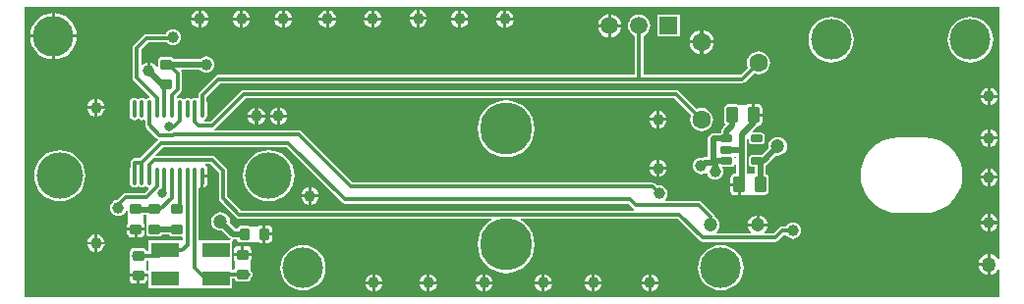
<source format=gbl>
G04 Layer_Physical_Order=2*
G04 Layer_Color=16711680*
%FSLAX42Y42*%
%MOMM*%
G71*
G01*
G75*
G04:AMPARAMS|DCode=11|XSize=1mm|YSize=0.9mm|CornerRadius=0.11mm|HoleSize=0mm|Usage=FLASHONLY|Rotation=270.000|XOffset=0mm|YOffset=0mm|HoleType=Round|Shape=RoundedRectangle|*
%AMROUNDEDRECTD11*
21,1,1.00,0.68,0,0,270.0*
21,1,0.78,0.90,0,0,270.0*
1,1,0.23,-0.34,-0.39*
1,1,0.23,-0.34,0.39*
1,1,0.23,0.34,0.39*
1,1,0.23,0.34,-0.39*
%
%ADD11ROUNDEDRECTD11*%
%ADD14C,0.30*%
%ADD15C,0.50*%
%ADD16C,4.50*%
%ADD17C,3.50*%
%ADD18C,1.20*%
%ADD19C,1.60*%
%ADD20C,4.00*%
%ADD21C,1.50*%
%ADD22R,1.50X1.50*%
%ADD23C,1.27*%
%ADD24C,1.00*%
%ADD25C,0.80*%
G04:AMPARAMS|DCode=26|XSize=1mm|YSize=0.9mm|CornerRadius=0.11mm|HoleSize=0mm|Usage=FLASHONLY|Rotation=0.000|XOffset=0mm|YOffset=0mm|HoleType=Round|Shape=RoundedRectangle|*
%AMROUNDEDRECTD26*
21,1,1.00,0.68,0,0,0.0*
21,1,0.78,0.90,0,0,0.0*
1,1,0.23,0.39,-0.34*
1,1,0.23,-0.39,-0.34*
1,1,0.23,-0.39,0.34*
1,1,0.23,0.39,0.34*
%
%ADD26ROUNDEDRECTD26*%
%ADD27R,2.40X1.30*%
G04:AMPARAMS|DCode=28|XSize=1.4mm|YSize=1mm|CornerRadius=0.13mm|HoleSize=0mm|Usage=FLASHONLY|Rotation=90.000|XOffset=0mm|YOffset=0mm|HoleType=Round|Shape=RoundedRectangle|*
%AMROUNDEDRECTD28*
21,1,1.40,0.75,0,0,90.0*
21,1,1.15,1.00,0,0,90.0*
1,1,0.25,0.38,0.57*
1,1,0.25,0.38,-0.57*
1,1,0.25,-0.38,-0.57*
1,1,0.25,-0.38,0.57*
%
%ADD28ROUNDEDRECTD28*%
%ADD29O,0.40X1.50*%
G04:AMPARAMS|DCode=30|XSize=0.6mm|YSize=1mm|CornerRadius=0.08mm|HoleSize=0mm|Usage=FLASHONLY|Rotation=90.000|XOffset=0mm|YOffset=0mm|HoleType=Round|Shape=RoundedRectangle|*
%AMROUNDEDRECTD30*
21,1,0.60,0.85,0,0,90.0*
21,1,0.45,1.00,0,0,90.0*
1,1,0.15,0.42,0.23*
1,1,0.15,0.42,-0.23*
1,1,0.15,-0.42,-0.23*
1,1,0.15,-0.42,0.23*
%
%ADD30ROUNDEDRECTD30*%
G36*
X8450Y379D02*
X8439Y375D01*
X8437Y375D01*
X8423Y393D01*
X8405Y408D01*
X8383Y417D01*
X8373Y418D01*
Y330D01*
Y242D01*
X8383Y243D01*
X8405Y252D01*
X8423Y267D01*
X8437Y285D01*
X8439Y285D01*
X8450Y281D01*
Y50D01*
X50D01*
Y2550D01*
X8450Y2550D01*
Y379D01*
D02*
G37*
%LPC*%
G36*
X3455Y2527D02*
Y2465D01*
X3517D01*
X3516Y2472D01*
X3509Y2491D01*
X3496Y2506D01*
X3481Y2519D01*
X3462Y2526D01*
X3455Y2527D01*
D02*
G37*
G36*
X3430D02*
X3423Y2526D01*
X3405Y2519D01*
X3389Y2506D01*
X3377Y2491D01*
X3369Y2472D01*
X3368Y2465D01*
X3430D01*
Y2527D01*
D02*
G37*
G36*
X4203Y2524D02*
Y2463D01*
X4264D01*
X4263Y2470D01*
X4256Y2488D01*
X4244Y2504D01*
X4228Y2516D01*
X4210Y2523D01*
X4203Y2524D01*
D02*
G37*
G36*
X4177D02*
X4170Y2523D01*
X4152Y2516D01*
X4136Y2504D01*
X4124Y2488D01*
X4117Y2470D01*
X4116Y2463D01*
X4177D01*
Y2524D01*
D02*
G37*
G36*
X3813D02*
Y2463D01*
X3874D01*
X3873Y2470D01*
X3866Y2488D01*
X3854Y2504D01*
X3838Y2516D01*
X3820Y2523D01*
X3813Y2524D01*
D02*
G37*
G36*
X3787D02*
X3780Y2523D01*
X3762Y2516D01*
X3746Y2504D01*
X3734Y2488D01*
X3727Y2470D01*
X3726Y2463D01*
X3787D01*
Y2524D01*
D02*
G37*
G36*
X3063D02*
Y2463D01*
X3124D01*
X3123Y2470D01*
X3116Y2488D01*
X3104Y2504D01*
X3088Y2516D01*
X3070Y2523D01*
X3063Y2524D01*
D02*
G37*
G36*
X3037D02*
X3030Y2523D01*
X3012Y2516D01*
X2996Y2504D01*
X2984Y2488D01*
X2977Y2470D01*
X2976Y2463D01*
X3037D01*
Y2524D01*
D02*
G37*
G36*
X2673D02*
Y2463D01*
X2734D01*
X2733Y2470D01*
X2726Y2488D01*
X2714Y2504D01*
X2698Y2516D01*
X2680Y2523D01*
X2673Y2524D01*
D02*
G37*
G36*
X2647D02*
X2640Y2523D01*
X2622Y2516D01*
X2606Y2504D01*
X2594Y2488D01*
X2587Y2470D01*
X2586Y2463D01*
X2647D01*
Y2524D01*
D02*
G37*
G36*
X2293D02*
Y2463D01*
X2354D01*
X2353Y2470D01*
X2346Y2488D01*
X2334Y2504D01*
X2318Y2516D01*
X2300Y2523D01*
X2293Y2524D01*
D02*
G37*
G36*
X2267D02*
X2260Y2523D01*
X2242Y2516D01*
X2226Y2504D01*
X2214Y2488D01*
X2207Y2470D01*
X2206Y2463D01*
X2267D01*
Y2524D01*
D02*
G37*
G36*
X1933D02*
Y2463D01*
X1994D01*
X1993Y2470D01*
X1986Y2488D01*
X1974Y2504D01*
X1958Y2516D01*
X1940Y2523D01*
X1933Y2524D01*
D02*
G37*
G36*
X1907D02*
X1900Y2523D01*
X1882Y2516D01*
X1866Y2504D01*
X1854Y2488D01*
X1847Y2470D01*
X1846Y2463D01*
X1907D01*
Y2524D01*
D02*
G37*
G36*
X1573D02*
Y2463D01*
X1634D01*
X1633Y2470D01*
X1626Y2488D01*
X1614Y2504D01*
X1598Y2516D01*
X1580Y2523D01*
X1573Y2524D01*
D02*
G37*
G36*
X1547D02*
X1540Y2523D01*
X1522Y2516D01*
X1506Y2504D01*
X1494Y2488D01*
X1487Y2470D01*
X1486Y2463D01*
X1547D01*
Y2524D01*
D02*
G37*
G36*
X5105Y2490D02*
Y2403D01*
X5192D01*
X5190Y2416D01*
X5180Y2441D01*
X5164Y2462D01*
X5143Y2478D01*
X5118Y2488D01*
X5105Y2490D01*
D02*
G37*
G36*
X5079Y2490D02*
X5066Y2488D01*
X5041Y2478D01*
X5020Y2462D01*
X5004Y2441D01*
X4994Y2416D01*
X4992Y2403D01*
X5079D01*
Y2490D01*
D02*
G37*
G36*
X3517Y2440D02*
X3455D01*
Y2378D01*
X3462Y2379D01*
X3481Y2387D01*
X3496Y2399D01*
X3509Y2415D01*
X3516Y2433D01*
X3517Y2440D01*
D02*
G37*
G36*
X3430D02*
X3368D01*
X3369Y2433D01*
X3377Y2415D01*
X3389Y2399D01*
X3405Y2387D01*
X3423Y2379D01*
X3430Y2378D01*
Y2440D01*
D02*
G37*
G36*
X4264Y2437D02*
X4203D01*
Y2376D01*
X4210Y2377D01*
X4228Y2384D01*
X4244Y2396D01*
X4256Y2412D01*
X4263Y2430D01*
X4264Y2437D01*
D02*
G37*
G36*
X4177D02*
X4116D01*
X4117Y2430D01*
X4124Y2412D01*
X4136Y2396D01*
X4152Y2384D01*
X4170Y2377D01*
X4177Y2376D01*
Y2437D01*
D02*
G37*
G36*
X3874D02*
X3813D01*
Y2376D01*
X3820Y2377D01*
X3838Y2384D01*
X3854Y2396D01*
X3866Y2412D01*
X3873Y2430D01*
X3874Y2437D01*
D02*
G37*
G36*
X3787D02*
X3726D01*
X3727Y2430D01*
X3734Y2412D01*
X3746Y2396D01*
X3762Y2384D01*
X3780Y2377D01*
X3787Y2376D01*
Y2437D01*
D02*
G37*
G36*
X3124D02*
X3063D01*
Y2376D01*
X3070Y2377D01*
X3088Y2384D01*
X3104Y2396D01*
X3116Y2412D01*
X3123Y2430D01*
X3124Y2437D01*
D02*
G37*
G36*
X3037D02*
X2976D01*
X2977Y2430D01*
X2984Y2412D01*
X2996Y2396D01*
X3012Y2384D01*
X3030Y2377D01*
X3037Y2376D01*
Y2437D01*
D02*
G37*
G36*
X2734D02*
X2673D01*
Y2376D01*
X2680Y2377D01*
X2698Y2384D01*
X2714Y2396D01*
X2726Y2412D01*
X2733Y2430D01*
X2734Y2437D01*
D02*
G37*
G36*
X2647D02*
X2586D01*
X2587Y2430D01*
X2594Y2412D01*
X2606Y2396D01*
X2622Y2384D01*
X2640Y2377D01*
X2647Y2376D01*
Y2437D01*
D02*
G37*
G36*
X2354D02*
X2293D01*
Y2376D01*
X2300Y2377D01*
X2318Y2384D01*
X2334Y2396D01*
X2346Y2412D01*
X2353Y2430D01*
X2354Y2437D01*
D02*
G37*
G36*
X2267D02*
X2206D01*
X2207Y2430D01*
X2214Y2412D01*
X2226Y2396D01*
X2242Y2384D01*
X2260Y2377D01*
X2267Y2376D01*
Y2437D01*
D02*
G37*
G36*
X1994D02*
X1933D01*
Y2376D01*
X1940Y2377D01*
X1958Y2384D01*
X1974Y2396D01*
X1986Y2412D01*
X1993Y2430D01*
X1994Y2437D01*
D02*
G37*
G36*
X1907D02*
X1846D01*
X1847Y2430D01*
X1854Y2412D01*
X1866Y2396D01*
X1882Y2384D01*
X1900Y2377D01*
X1907Y2376D01*
Y2437D01*
D02*
G37*
G36*
X1634D02*
X1573D01*
Y2376D01*
X1580Y2377D01*
X1598Y2384D01*
X1614Y2396D01*
X1626Y2412D01*
X1633Y2430D01*
X1634Y2437D01*
D02*
G37*
G36*
X1547D02*
X1486D01*
X1487Y2430D01*
X1494Y2412D01*
X1506Y2396D01*
X1522Y2384D01*
X1540Y2377D01*
X1547Y2376D01*
Y2437D01*
D02*
G37*
G36*
X313Y2500D02*
Y2313D01*
X500D01*
X498Y2339D01*
X486Y2377D01*
X467Y2412D01*
X442Y2442D01*
X412Y2467D01*
X377Y2486D01*
X339Y2497D01*
X313Y2500D01*
D02*
G37*
G36*
X287D02*
X261Y2497D01*
X223Y2486D01*
X188Y2467D01*
X158Y2442D01*
X133Y2412D01*
X114Y2377D01*
X103Y2339D01*
X100Y2313D01*
X287D01*
Y2500D01*
D02*
G37*
G36*
X5695Y2485D02*
X5505D01*
Y2295D01*
X5695D01*
Y2485D01*
D02*
G37*
G36*
X5192Y2377D02*
X5105D01*
Y2290D01*
X5118Y2292D01*
X5143Y2302D01*
X5164Y2318D01*
X5180Y2339D01*
X5190Y2364D01*
X5192Y2377D01*
D02*
G37*
G36*
X5079D02*
X4992D01*
X4994Y2364D01*
X5004Y2339D01*
X5020Y2318D01*
X5041Y2302D01*
X5066Y2292D01*
X5079Y2290D01*
Y2377D01*
D02*
G37*
G36*
X5898Y2355D02*
Y2263D01*
X5990D01*
X5988Y2278D01*
X5977Y2303D01*
X5960Y2325D01*
X5938Y2342D01*
X5913Y2353D01*
X5898Y2355D01*
D02*
G37*
G36*
X5872D02*
X5857Y2353D01*
X5832Y2342D01*
X5810Y2325D01*
X5793Y2303D01*
X5782Y2278D01*
X5780Y2263D01*
X5872D01*
Y2355D01*
D02*
G37*
G36*
X5346Y2486D02*
X5321Y2483D01*
X5298Y2473D01*
X5278Y2458D01*
X5263Y2438D01*
X5253Y2415D01*
X5250Y2390D01*
X5253Y2365D01*
X5263Y2342D01*
X5278Y2322D01*
X5298Y2307D01*
X5310Y2302D01*
Y1966D01*
X1720D01*
X1706Y1963D01*
X1695Y1955D01*
X1557Y1818D01*
X1550Y1806D01*
X1547Y1793D01*
Y1769D01*
X1534Y1762D01*
X1533Y1763D01*
X1518Y1766D01*
X1502Y1763D01*
X1489Y1754D01*
X1481D01*
X1468Y1763D01*
X1453Y1766D01*
X1437Y1763D01*
X1429Y1758D01*
X1420Y1755D01*
X1411Y1758D01*
X1403Y1763D01*
X1387Y1766D01*
X1373Y1763D01*
X1362Y1770D01*
X1361Y1780D01*
X1395Y1815D01*
X1395Y1815D01*
X1395Y1815D01*
X1399Y1821D01*
X1403Y1826D01*
X1403Y1826D01*
X1403Y1826D01*
X1404Y1833D01*
X1406Y1840D01*
X1406Y1840D01*
X1406Y1840D01*
Y1980D01*
X1403Y1994D01*
X1401Y1996D01*
X1408Y2009D01*
X1545D01*
X1562D01*
X1565Y2005D01*
X1580Y1994D01*
X1597Y1987D01*
X1615Y1984D01*
X1633Y1987D01*
X1650Y1994D01*
X1665Y2005D01*
X1676Y2020D01*
X1683Y2037D01*
X1686Y2055D01*
X1683Y2073D01*
X1676Y2090D01*
X1665Y2105D01*
X1650Y2116D01*
X1633Y2123D01*
X1615Y2126D01*
X1597Y2123D01*
X1580Y2116D01*
X1565Y2105D01*
X1562Y2101D01*
X1545D01*
X1338D01*
X1338Y2101D01*
X1331Y2111D01*
X1321Y2118D01*
X1309Y2121D01*
X1231D01*
X1219Y2118D01*
X1209Y2111D01*
X1202Y2101D01*
X1199Y2089D01*
Y2039D01*
X1187Y2036D01*
X1186Y2038D01*
X1174Y2054D01*
X1158Y2066D01*
X1140Y2073D01*
X1133Y2074D01*
Y2000D01*
X1107D01*
Y2074D01*
X1100Y2073D01*
X1082Y2066D01*
X1068Y2055D01*
X1056Y2059D01*
Y2185D01*
X1115Y2244D01*
X1277D01*
X1280Y2240D01*
X1295Y2229D01*
X1312Y2222D01*
X1330Y2219D01*
X1348Y2222D01*
X1365Y2229D01*
X1380Y2240D01*
X1391Y2255D01*
X1398Y2272D01*
X1401Y2290D01*
X1398Y2308D01*
X1391Y2325D01*
X1380Y2340D01*
X1365Y2351D01*
X1348Y2358D01*
X1330Y2361D01*
X1312Y2358D01*
X1295Y2351D01*
X1280Y2340D01*
X1269Y2325D01*
X1265Y2316D01*
X1100D01*
X1086Y2313D01*
X1075Y2305D01*
X995Y2225D01*
X987Y2214D01*
X984Y2200D01*
Y1940D01*
X984Y1940D01*
X984Y1940D01*
X986Y1933D01*
X987Y1926D01*
X987Y1926D01*
X987Y1926D01*
X991Y1921D01*
X995Y1915D01*
X995Y1915D01*
X995Y1915D01*
X1132Y1778D01*
X1129Y1770D01*
X1126Y1766D01*
X1112Y1763D01*
X1099Y1754D01*
X1091D01*
X1078Y1763D01*
X1062Y1766D01*
X1047Y1763D01*
X1034Y1754D01*
X1026D01*
X1013Y1763D01*
X998Y1766D01*
X982Y1763D01*
X969Y1754D01*
X960Y1741D01*
X957Y1725D01*
Y1615D01*
X960Y1599D01*
X969Y1586D01*
X982Y1577D01*
X998Y1574D01*
X1013Y1577D01*
X1026Y1586D01*
X1034D01*
X1047Y1577D01*
X1062Y1574D01*
X1078Y1577D01*
X1079Y1578D01*
X1092Y1571D01*
Y1533D01*
X1095Y1519D01*
X1102Y1507D01*
X1190Y1420D01*
X1197Y1415D01*
X1197Y1415D01*
X1200Y1402D01*
X1199Y1400D01*
X1045Y1246D01*
X998D01*
X984Y1243D01*
X972Y1235D01*
X965Y1224D01*
X962Y1210D01*
Y1164D01*
X960Y1161D01*
X957Y1145D01*
Y1035D01*
X960Y1019D01*
X969Y1006D01*
X982Y997D01*
X998Y994D01*
X1013Y997D01*
X1026Y1006D01*
X1034D01*
X1047Y997D01*
X1062Y994D01*
X1078Y997D01*
X1091Y1006D01*
X1099D01*
X1112Y997D01*
X1118Y996D01*
X1122Y982D01*
X1085Y946D01*
X920D01*
X906Y943D01*
X895Y935D01*
X849Y889D01*
X842Y888D01*
X825Y881D01*
X810Y870D01*
X799Y855D01*
X792Y838D01*
X789Y820D01*
X792Y802D01*
X799Y785D01*
X810Y770D01*
X825Y759D01*
X842Y752D01*
X860Y749D01*
X878Y752D01*
X895Y759D01*
X910Y770D01*
X921Y785D01*
X927Y798D01*
X939Y796D01*
Y771D01*
X941Y761D01*
X940Y760D01*
Y688D01*
X937Y683D01*
X934Y669D01*
Y648D01*
X1086D01*
Y669D01*
X1083Y683D01*
X1080Y688D01*
Y754D01*
X1100D01*
Y680D01*
X1101Y679D01*
X1099Y669D01*
Y601D01*
X1102Y589D01*
X1109Y579D01*
X1119Y572D01*
X1131Y569D01*
X1209D01*
X1221Y572D01*
X1231Y579D01*
X1238Y589D01*
X1238Y589D01*
X1292D01*
X1292Y589D01*
X1299Y579D01*
X1309Y572D01*
X1321Y569D01*
X1399D01*
X1404Y570D01*
X1417Y562D01*
Y539D01*
X1120D01*
Y535D01*
X1120D01*
Y441D01*
X1100D01*
X1098Y451D01*
X1091Y461D01*
X1081Y468D01*
X1069Y471D01*
X991D01*
X979Y468D01*
X969Y461D01*
X962Y451D01*
X959Y439D01*
Y422D01*
X957Y419D01*
X954Y405D01*
X957Y391D01*
X959Y388D01*
Y371D01*
X961Y361D01*
X960Y360D01*
Y288D01*
X957Y283D01*
X954Y269D01*
Y248D01*
X1106D01*
Y269D01*
X1103Y283D01*
X1100Y288D01*
Y359D01*
X1110Y368D01*
X1120Y366D01*
Y365D01*
X1120D01*
Y295D01*
X1120D01*
Y125D01*
X1120D01*
Y120D01*
X1839D01*
Y125D01*
X1840D01*
Y209D01*
X1860D01*
X1862Y199D01*
X1869Y189D01*
X1879Y182D01*
X1891Y179D01*
X1969D01*
X1981Y182D01*
X1991Y189D01*
X1998Y199D01*
X2001Y211D01*
Y217D01*
X2005Y220D01*
X2013Y231D01*
X2016Y245D01*
X2013Y259D01*
X2005Y270D01*
X2001Y273D01*
Y279D01*
X1999Y289D01*
X2000Y290D01*
Y362D01*
X2003Y367D01*
X2006Y381D01*
Y402D01*
X1930D01*
X1854D01*
Y381D01*
X1857Y367D01*
X1860Y362D01*
Y291D01*
X1850Y282D01*
X1840Y284D01*
Y295D01*
X1839D01*
Y365D01*
X1840D01*
Y533D01*
X1843Y538D01*
X1850Y544D01*
X1850Y544D01*
X1881D01*
X1882Y539D01*
X1889Y529D01*
X1899Y522D01*
X1911Y519D01*
X1979D01*
X1989Y521D01*
X1990Y520D01*
X2062D01*
X2067Y517D01*
X2081Y514D01*
X2102D01*
Y590D01*
Y666D01*
X2081D01*
X2067Y663D01*
X2062Y660D01*
X1990D01*
X1989Y659D01*
X1979Y661D01*
X1911D01*
X1899Y658D01*
X1889Y651D01*
X1882Y641D01*
X1881Y637D01*
X1869Y636D01*
X1819Y686D01*
X1821Y700D01*
X1818Y721D01*
X1810Y740D01*
X1797Y757D01*
X1780Y770D01*
X1761Y778D01*
X1740Y781D01*
X1719Y778D01*
X1700Y770D01*
X1683Y757D01*
X1670Y740D01*
X1662Y721D01*
X1659Y700D01*
X1662Y679D01*
X1670Y660D01*
X1683Y643D01*
X1700Y630D01*
X1719Y622D01*
X1740Y619D01*
X1754Y621D01*
X1818Y558D01*
X1826Y552D01*
X1822Y539D01*
X1553D01*
Y987D01*
X1563Y992D01*
X1566Y992D01*
X1570Y991D01*
Y1090D01*
X1582D01*
Y1103D01*
X1629D01*
Y1145D01*
X1625Y1163D01*
X1615Y1178D01*
X1609Y1182D01*
X1613Y1194D01*
X1655D01*
X1724Y1125D01*
Y900D01*
X1727Y886D01*
X1735Y875D01*
X1875Y735D01*
X1886Y727D01*
X1900Y724D01*
X4074D01*
X4077Y712D01*
X4063Y705D01*
X4026Y674D01*
X3995Y637D01*
X3973Y594D01*
X3959Y548D01*
X3954Y500D01*
X3959Y452D01*
X3973Y406D01*
X3995Y363D01*
X4026Y326D01*
X4063Y295D01*
X4106Y273D01*
X4152Y259D01*
X4200Y254D01*
X4248Y259D01*
X4294Y273D01*
X4337Y295D01*
X4374Y326D01*
X4405Y363D01*
X4427Y406D01*
X4441Y452D01*
X4446Y500D01*
X4441Y548D01*
X4427Y594D01*
X4405Y637D01*
X4374Y674D01*
X4337Y705D01*
X4323Y712D01*
X4326Y724D01*
X5675D01*
X5865Y535D01*
X5876Y527D01*
X5890Y524D01*
X6520D01*
X6534Y527D01*
X6545Y535D01*
X6595Y584D01*
X6609D01*
X6620Y570D01*
X6635Y559D01*
X6652Y552D01*
X6670Y549D01*
X6688Y552D01*
X6705Y559D01*
X6720Y570D01*
X6731Y585D01*
X6738Y602D01*
X6741Y620D01*
X6738Y638D01*
X6731Y655D01*
X6720Y670D01*
X6705Y681D01*
X6688Y688D01*
X6670Y691D01*
X6652Y688D01*
X6635Y681D01*
X6620Y670D01*
X6609Y656D01*
X6580D01*
X6566Y653D01*
X6555Y645D01*
X6505Y596D01*
X6433D01*
X6429Y608D01*
X6431Y609D01*
X6445Y627D01*
X6453Y648D01*
X6454Y657D01*
X6286D01*
X6287Y648D01*
X6295Y627D01*
X6309Y609D01*
X6311Y608D01*
X6307Y596D01*
X6015D01*
X6011Y608D01*
X6017Y613D01*
X6030Y630D01*
X6038Y649D01*
X6041Y670D01*
X6038Y691D01*
X6030Y710D01*
X6017Y727D01*
X6000Y740D01*
X5995Y742D01*
X5993Y754D01*
X5985Y765D01*
X5885Y865D01*
X5874Y873D01*
X5860Y876D01*
X5572D01*
X5568Y888D01*
X5570Y890D01*
X5581Y905D01*
X5588Y922D01*
X5591Y940D01*
X5588Y958D01*
X5581Y975D01*
X5570Y990D01*
X5555Y1001D01*
X5538Y1008D01*
X5520Y1011D01*
X5502Y1008D01*
X5485Y1025D01*
X5474Y1033D01*
X5460Y1036D01*
X2875D01*
X2435Y1475D01*
X2424Y1483D01*
X2410Y1486D01*
X1688D01*
X1686Y1489D01*
X1686Y1498D01*
X1695Y1505D01*
X1955Y1764D01*
X5650D01*
X5794Y1621D01*
X5788Y1606D01*
X5784Y1580D01*
X5788Y1554D01*
X5798Y1530D01*
X5814Y1509D01*
X5835Y1493D01*
X5859Y1483D01*
X5885Y1479D01*
X5911Y1483D01*
X5935Y1493D01*
X5956Y1509D01*
X5972Y1530D01*
X5982Y1554D01*
X5986Y1580D01*
X5982Y1606D01*
X5972Y1630D01*
X5956Y1651D01*
X5935Y1667D01*
X5911Y1677D01*
X5885Y1681D01*
X5859Y1677D01*
X5844Y1671D01*
X5690Y1825D01*
X5679Y1833D01*
X5665Y1836D01*
X1940D01*
X1926Y1833D01*
X1915Y1825D01*
X1655Y1566D01*
X1602D01*
X1600Y1572D01*
X1600Y1578D01*
X1611Y1586D01*
X1620Y1599D01*
X1623Y1615D01*
Y1725D01*
X1620Y1741D01*
X1618Y1744D01*
Y1778D01*
X1735Y1894D01*
X6235D01*
X6249Y1897D01*
X6260Y1905D01*
X6334Y1979D01*
X6349Y1973D01*
X6375Y1969D01*
X6401Y1973D01*
X6425Y1983D01*
X6446Y1999D01*
X6462Y2020D01*
X6472Y2044D01*
X6476Y2070D01*
X6472Y2096D01*
X6462Y2120D01*
X6446Y2141D01*
X6425Y2157D01*
X6401Y2167D01*
X6375Y2171D01*
X6349Y2167D01*
X6325Y2157D01*
X6304Y2141D01*
X6288Y2120D01*
X6278Y2096D01*
X6274Y2070D01*
X6278Y2044D01*
X6284Y2029D01*
X6220Y1966D01*
X5382D01*
Y2302D01*
X5394Y2307D01*
X5414Y2322D01*
X5429Y2342D01*
X5439Y2365D01*
X5442Y2390D01*
X5439Y2415D01*
X5429Y2438D01*
X5414Y2458D01*
X5394Y2473D01*
X5371Y2483D01*
X5346Y2486D01*
D02*
G37*
G36*
X5990Y2237D02*
X5898D01*
Y2145D01*
X5913Y2147D01*
X5938Y2158D01*
X5960Y2175D01*
X5977Y2197D01*
X5988Y2222D01*
X5990Y2237D01*
D02*
G37*
G36*
X5872D02*
X5780D01*
X5782Y2222D01*
X5793Y2197D01*
X5810Y2175D01*
X5832Y2158D01*
X5857Y2147D01*
X5872Y2145D01*
Y2237D01*
D02*
G37*
G36*
X500Y2287D02*
X313D01*
Y2100D01*
X339Y2102D01*
X377Y2114D01*
X412Y2133D01*
X442Y2158D01*
X467Y2188D01*
X486Y2223D01*
X498Y2261D01*
X500Y2287D01*
D02*
G37*
G36*
X287D02*
X100D01*
X103Y2261D01*
X114Y2223D01*
X133Y2188D01*
X158Y2158D01*
X188Y2133D01*
X223Y2114D01*
X261Y2102D01*
X287Y2100D01*
Y2287D01*
D02*
G37*
G36*
X8200Y2466D02*
X8162Y2462D01*
X8125Y2451D01*
X8091Y2433D01*
X8061Y2409D01*
X8037Y2379D01*
X8019Y2345D01*
X8008Y2308D01*
X8004Y2270D01*
X8008Y2232D01*
X8019Y2195D01*
X8037Y2161D01*
X8061Y2131D01*
X8091Y2107D01*
X8125Y2089D01*
X8162Y2078D01*
X8200Y2074D01*
X8238Y2078D01*
X8275Y2089D01*
X8309Y2107D01*
X8339Y2131D01*
X8363Y2161D01*
X8381Y2195D01*
X8392Y2232D01*
X8396Y2270D01*
X8392Y2308D01*
X8381Y2345D01*
X8363Y2379D01*
X8339Y2409D01*
X8309Y2433D01*
X8275Y2451D01*
X8238Y2462D01*
X8200Y2466D01*
D02*
G37*
G36*
X7000D02*
X6962Y2462D01*
X6925Y2451D01*
X6891Y2433D01*
X6861Y2409D01*
X6837Y2379D01*
X6819Y2345D01*
X6808Y2308D01*
X6804Y2270D01*
X6808Y2232D01*
X6819Y2195D01*
X6837Y2161D01*
X6861Y2131D01*
X6891Y2107D01*
X6925Y2089D01*
X6962Y2078D01*
X7000Y2074D01*
X7038Y2078D01*
X7075Y2089D01*
X7109Y2107D01*
X7139Y2131D01*
X7163Y2161D01*
X7181Y2195D01*
X7192Y2232D01*
X7196Y2270D01*
X7192Y2308D01*
X7181Y2345D01*
X7163Y2379D01*
X7139Y2409D01*
X7109Y2433D01*
X7075Y2451D01*
X7038Y2462D01*
X7000Y2466D01*
D02*
G37*
G36*
X8373Y1854D02*
Y1793D01*
X8434D01*
X8433Y1800D01*
X8426Y1818D01*
X8414Y1834D01*
X8398Y1846D01*
X8380Y1853D01*
X8373Y1854D01*
D02*
G37*
G36*
X8347D02*
X8340Y1853D01*
X8322Y1846D01*
X8306Y1834D01*
X8294Y1818D01*
X8287Y1800D01*
X8286Y1793D01*
X8347D01*
Y1854D01*
D02*
G37*
G36*
X6317Y1716D02*
X6293D01*
X6278Y1713D01*
X6273Y1710D01*
X6192D01*
X6192Y1710D01*
X6187Y1711D01*
X6112D01*
X6100Y1708D01*
X6089Y1701D01*
X6082Y1690D01*
X6079Y1677D01*
Y1562D01*
X6082Y1550D01*
X6089Y1539D01*
X6090Y1534D01*
X6068Y1512D01*
X6068Y1512D01*
X6068Y1512D01*
X6064Y1507D01*
X6058Y1498D01*
X6058Y1498D01*
X6058Y1498D01*
X6056Y1490D01*
X6054Y1480D01*
Y1465D01*
X6047Y1463D01*
X6043Y1461D01*
X5985D01*
X5967Y1457D01*
X5953Y1447D01*
X5943Y1433D01*
X5939Y1415D01*
Y1256D01*
X5910D01*
X5910Y1256D01*
X5910Y1256D01*
X5901Y1254D01*
X5892Y1252D01*
X5892Y1252D01*
X5892Y1252D01*
X5888Y1250D01*
X5880Y1251D01*
X5862Y1248D01*
X5845Y1241D01*
X5830Y1230D01*
X5819Y1215D01*
X5812Y1198D01*
X5809Y1180D01*
X5812Y1162D01*
X5819Y1145D01*
X5830Y1130D01*
X5845Y1119D01*
X5862Y1112D01*
X5880Y1109D01*
X5898Y1112D01*
X5915Y1119D01*
X5919Y1122D01*
X5931Y1117D01*
X5932Y1112D01*
X5939Y1095D01*
X5950Y1080D01*
X5965Y1069D01*
X5982Y1062D01*
X6000Y1059D01*
X6018Y1062D01*
X6035Y1069D01*
X6050Y1080D01*
X6061Y1095D01*
X6068Y1112D01*
X6071Y1130D01*
X6068Y1148D01*
X6063Y1162D01*
X6067Y1171D01*
X6070Y1174D01*
X6142D01*
X6153Y1177D01*
X6162Y1183D01*
X6168Y1192D01*
X6171Y1202D01*
Y1247D01*
X6168Y1258D01*
X6168Y1259D01*
X6177Y1270D01*
X6184Y1268D01*
Y1116D01*
X6172D01*
X6158Y1113D01*
X6145Y1105D01*
X6137Y1092D01*
X6134Y1078D01*
Y1033D01*
X6210D01*
Y1020D01*
X6223D01*
Y924D01*
X6247D01*
X6262Y927D01*
X6267Y930D01*
X6347D01*
X6348Y930D01*
X6353Y929D01*
X6428D01*
X6440Y932D01*
X6451Y939D01*
X6458Y950D01*
X6461Y962D01*
Y1078D01*
X6458Y1090D01*
X6451Y1101D01*
X6440Y1108D01*
X6436Y1109D01*
Y1185D01*
X6447Y1193D01*
X6526Y1271D01*
X6540Y1269D01*
X6561Y1272D01*
X6580Y1280D01*
X6597Y1293D01*
X6610Y1310D01*
X6618Y1329D01*
X6621Y1350D01*
X6618Y1371D01*
X6610Y1390D01*
X6597Y1407D01*
X6580Y1420D01*
X6561Y1428D01*
X6540Y1431D01*
X6519Y1428D01*
X6500Y1420D01*
X6483Y1407D01*
X6470Y1390D01*
X6462Y1371D01*
X6459Y1350D01*
X6461Y1336D01*
X6401Y1276D01*
X6317D01*
X6307Y1273D01*
X6298Y1267D01*
X6292Y1258D01*
X6289Y1247D01*
Y1202D01*
X6292Y1192D01*
X6298Y1183D01*
X6307Y1177D01*
X6317Y1174D01*
X6344D01*
Y1110D01*
X6276D01*
Y1320D01*
Y1418D01*
X6277Y1419D01*
X6289Y1412D01*
Y1393D01*
X6292Y1382D01*
X6298Y1373D01*
X6307Y1367D01*
X6317Y1364D01*
X6403D01*
X6413Y1367D01*
X6422Y1373D01*
X6428Y1382D01*
X6431Y1393D01*
Y1438D01*
X6428Y1448D01*
X6422Y1457D01*
X6413Y1463D01*
X6403Y1466D01*
X6328D01*
X6323Y1478D01*
X6362Y1518D01*
X6367Y1524D01*
X6368D01*
X6382Y1527D01*
X6395Y1535D01*
X6403Y1548D01*
X6406Y1562D01*
Y1607D01*
X6330D01*
Y1620D01*
X6317D01*
Y1716D01*
D02*
G37*
G36*
X8434Y1767D02*
X8373D01*
Y1706D01*
X8380Y1707D01*
X8398Y1714D01*
X8414Y1726D01*
X8426Y1742D01*
X8433Y1760D01*
X8434Y1767D01*
D02*
G37*
G36*
X8347D02*
X8286D01*
X8287Y1760D01*
X8294Y1742D01*
X8306Y1726D01*
X8322Y1714D01*
X8340Y1707D01*
X8347Y1706D01*
Y1767D01*
D02*
G37*
G36*
X680Y1757D02*
Y1695D01*
X742D01*
X741Y1702D01*
X733Y1721D01*
X721Y1736D01*
X705Y1749D01*
X687Y1756D01*
X680Y1757D01*
D02*
G37*
G36*
X655D02*
X648Y1756D01*
X629Y1749D01*
X614Y1736D01*
X601Y1721D01*
X594Y1702D01*
X593Y1695D01*
X655D01*
Y1757D01*
D02*
G37*
G36*
X6368Y1716D02*
X6343D01*
Y1633D01*
X6406D01*
Y1677D01*
X6403Y1692D01*
X6395Y1705D01*
X6382Y1713D01*
X6368Y1716D01*
D02*
G37*
G36*
X2253Y1684D02*
Y1623D01*
X2314D01*
X2313Y1630D01*
X2306Y1648D01*
X2294Y1664D01*
X2278Y1676D01*
X2260Y1683D01*
X2253Y1684D01*
D02*
G37*
G36*
X2227D02*
X2220Y1683D01*
X2202Y1676D01*
X2186Y1664D01*
X2174Y1648D01*
X2167Y1630D01*
X2166Y1623D01*
X2227D01*
Y1684D01*
D02*
G37*
G36*
X2063D02*
Y1623D01*
X2124D01*
X2123Y1630D01*
X2116Y1648D01*
X2104Y1664D01*
X2088Y1676D01*
X2070Y1683D01*
X2063Y1684D01*
D02*
G37*
G36*
X2037D02*
X2030Y1683D01*
X2012Y1676D01*
X1996Y1664D01*
X1984Y1648D01*
X1977Y1630D01*
X1976Y1623D01*
X2037D01*
Y1684D01*
D02*
G37*
G36*
X742Y1670D02*
X680D01*
Y1608D01*
X687Y1609D01*
X705Y1617D01*
X721Y1629D01*
X733Y1645D01*
X741Y1663D01*
X742Y1670D01*
D02*
G37*
G36*
X655D02*
X593D01*
X594Y1663D01*
X601Y1645D01*
X614Y1629D01*
X629Y1617D01*
X648Y1609D01*
X655Y1608D01*
Y1670D01*
D02*
G37*
G36*
X5523Y1654D02*
Y1593D01*
X5584D01*
X5583Y1600D01*
X5576Y1618D01*
X5564Y1634D01*
X5548Y1646D01*
X5530Y1653D01*
X5523Y1654D01*
D02*
G37*
G36*
X5497D02*
X5490Y1653D01*
X5472Y1646D01*
X5456Y1634D01*
X5444Y1618D01*
X5437Y1600D01*
X5436Y1593D01*
X5497D01*
Y1654D01*
D02*
G37*
G36*
X2314Y1597D02*
X2253D01*
Y1536D01*
X2260Y1537D01*
X2278Y1544D01*
X2294Y1556D01*
X2306Y1572D01*
X2313Y1590D01*
X2314Y1597D01*
D02*
G37*
G36*
X2227D02*
X2166D01*
X2167Y1590D01*
X2174Y1572D01*
X2186Y1556D01*
X2202Y1544D01*
X2220Y1537D01*
X2227Y1536D01*
Y1597D01*
D02*
G37*
G36*
X2124D02*
X2063D01*
Y1536D01*
X2070Y1537D01*
X2088Y1544D01*
X2104Y1556D01*
X2116Y1572D01*
X2123Y1590D01*
X2124Y1597D01*
D02*
G37*
G36*
X2037D02*
X1976D01*
X1977Y1590D01*
X1984Y1572D01*
X1996Y1556D01*
X2012Y1544D01*
X2030Y1537D01*
X2037Y1536D01*
Y1597D01*
D02*
G37*
G36*
X5584Y1567D02*
X5523D01*
Y1506D01*
X5530Y1507D01*
X5548Y1514D01*
X5564Y1526D01*
X5576Y1542D01*
X5583Y1560D01*
X5584Y1567D01*
D02*
G37*
G36*
X5497D02*
X5436D01*
X5437Y1560D01*
X5444Y1542D01*
X5456Y1526D01*
X5472Y1514D01*
X5490Y1507D01*
X5497Y1506D01*
Y1567D01*
D02*
G37*
G36*
X8373Y1494D02*
Y1433D01*
X8434D01*
X8433Y1440D01*
X8426Y1458D01*
X8414Y1474D01*
X8398Y1486D01*
X8380Y1493D01*
X8373Y1494D01*
D02*
G37*
G36*
X8347D02*
X8340Y1493D01*
X8322Y1486D01*
X8306Y1474D01*
X8294Y1458D01*
X8287Y1440D01*
X8286Y1433D01*
X8347D01*
Y1494D01*
D02*
G37*
G36*
X8434Y1407D02*
X8373D01*
Y1346D01*
X8380Y1347D01*
X8398Y1354D01*
X8414Y1366D01*
X8426Y1382D01*
X8433Y1400D01*
X8434Y1407D01*
D02*
G37*
G36*
X8347D02*
X8286D01*
X8287Y1400D01*
X8294Y1382D01*
X8306Y1366D01*
X8322Y1354D01*
X8340Y1347D01*
X8347Y1346D01*
Y1407D01*
D02*
G37*
G36*
X4200Y1746D02*
X4152Y1741D01*
X4106Y1727D01*
X4063Y1705D01*
X4026Y1674D01*
X3995Y1637D01*
X3973Y1594D01*
X3959Y1548D01*
X3954Y1500D01*
X3959Y1452D01*
X3973Y1406D01*
X3995Y1363D01*
X4026Y1326D01*
X4063Y1295D01*
X4106Y1273D01*
X4152Y1259D01*
X4200Y1254D01*
X4248Y1259D01*
X4294Y1273D01*
X4337Y1295D01*
X4374Y1326D01*
X4405Y1363D01*
X4427Y1406D01*
X4441Y1452D01*
X4446Y1500D01*
X4441Y1548D01*
X4427Y1594D01*
X4405Y1637D01*
X4374Y1674D01*
X4337Y1705D01*
X4294Y1727D01*
X4248Y1741D01*
X4200Y1746D01*
D02*
G37*
G36*
X5523Y1234D02*
Y1173D01*
X5584D01*
X5583Y1180D01*
X5576Y1198D01*
X5564Y1214D01*
X5548Y1226D01*
X5530Y1233D01*
X5523Y1234D01*
D02*
G37*
G36*
X5497D02*
X5490Y1233D01*
X5472Y1226D01*
X5456Y1214D01*
X5444Y1198D01*
X5437Y1180D01*
X5436Y1173D01*
X5497D01*
Y1234D01*
D02*
G37*
G36*
X8373Y1154D02*
Y1093D01*
X8434D01*
X8433Y1100D01*
X8426Y1118D01*
X8414Y1134D01*
X8398Y1146D01*
X8380Y1153D01*
X8373Y1154D01*
D02*
G37*
G36*
X8347D02*
X8340Y1153D01*
X8322Y1146D01*
X8306Y1134D01*
X8294Y1118D01*
X8287Y1100D01*
X8286Y1093D01*
X8347D01*
Y1154D01*
D02*
G37*
G36*
X5584Y1147D02*
X5523D01*
Y1086D01*
X5530Y1087D01*
X5548Y1094D01*
X5564Y1106D01*
X5576Y1122D01*
X5583Y1140D01*
X5584Y1147D01*
D02*
G37*
G36*
X5497D02*
X5436D01*
X5437Y1140D01*
X5444Y1122D01*
X5456Y1106D01*
X5472Y1094D01*
X5490Y1087D01*
X5497Y1086D01*
Y1147D01*
D02*
G37*
G36*
X8434Y1067D02*
X8373D01*
Y1006D01*
X8380Y1007D01*
X8398Y1014D01*
X8414Y1026D01*
X8426Y1042D01*
X8433Y1060D01*
X8434Y1067D01*
D02*
G37*
G36*
X8347D02*
X8286D01*
X8287Y1060D01*
X8294Y1042D01*
X8306Y1026D01*
X8322Y1014D01*
X8340Y1007D01*
X8347Y1006D01*
Y1067D01*
D02*
G37*
G36*
X1629Y1077D02*
X1595D01*
Y991D01*
X1600Y992D01*
X1615Y1002D01*
X1625Y1017D01*
X1629Y1035D01*
Y1077D01*
D02*
G37*
G36*
X6197Y1007D02*
X6134D01*
Y962D01*
X6137Y948D01*
X6145Y935D01*
X6158Y927D01*
X6172Y924D01*
X6197D01*
Y1007D01*
D02*
G37*
G36*
X355Y1316D02*
X312Y1312D01*
X270Y1299D01*
X232Y1279D01*
X199Y1251D01*
X171Y1218D01*
X151Y1180D01*
X138Y1138D01*
X134Y1095D01*
X138Y1052D01*
X151Y1010D01*
X171Y972D01*
X199Y939D01*
X232Y911D01*
X270Y891D01*
X312Y878D01*
X355Y874D01*
X398Y878D01*
X440Y891D01*
X478Y911D01*
X511Y939D01*
X539Y972D01*
X559Y1010D01*
X572Y1052D01*
X576Y1095D01*
X572Y1138D01*
X559Y1180D01*
X539Y1218D01*
X511Y1251D01*
X478Y1279D01*
X440Y1299D01*
X398Y1312D01*
X355Y1316D01*
D02*
G37*
G36*
X7580Y1426D02*
X7529Y1422D01*
X7479Y1410D01*
X7432Y1390D01*
X7388Y1364D01*
X7349Y1331D01*
X7316Y1292D01*
X7290Y1248D01*
X7270Y1201D01*
X7258Y1151D01*
X7254Y1100D01*
X7258Y1049D01*
X7270Y999D01*
X7290Y952D01*
X7316Y908D01*
X7349Y869D01*
X7388Y836D01*
X7432Y810D01*
X7479Y790D01*
X7529Y778D01*
X7580Y774D01*
Y775D01*
X7582Y775D01*
X7802D01*
X7807Y774D01*
Y774D01*
X7858Y778D01*
X7907Y789D01*
X7955Y809D01*
X7998Y836D01*
X8037Y869D01*
X8070Y908D01*
X8097Y952D01*
X8117Y999D01*
X8129Y1049D01*
X8133Y1100D01*
X8129Y1151D01*
X8117Y1200D01*
X8097Y1248D01*
X8070Y1291D01*
X8037Y1330D01*
X7998Y1363D01*
X7955Y1390D01*
X7907Y1410D01*
X7858Y1422D01*
X7807Y1426D01*
Y1425D01*
X7580D01*
Y1426D01*
D02*
G37*
G36*
X8373Y764D02*
Y703D01*
X8434D01*
X8433Y710D01*
X8426Y728D01*
X8414Y744D01*
X8398Y756D01*
X8380Y763D01*
X8373Y764D01*
D02*
G37*
G36*
X8347D02*
X8340Y763D01*
X8322Y756D01*
X8306Y744D01*
X8294Y728D01*
X8287Y710D01*
X8286Y703D01*
X8347D01*
Y764D01*
D02*
G37*
G36*
X6383Y754D02*
Y683D01*
X6454D01*
X6453Y692D01*
X6445Y713D01*
X6431Y731D01*
X6413Y745D01*
X6392Y753D01*
X6383Y754D01*
D02*
G37*
G36*
X6357D02*
X6348Y753D01*
X6327Y745D01*
X6309Y731D01*
X6295Y713D01*
X6287Y692D01*
X6286Y683D01*
X6357D01*
Y754D01*
D02*
G37*
G36*
X8434Y677D02*
X8373D01*
Y616D01*
X8380Y617D01*
X8398Y624D01*
X8414Y636D01*
X8426Y652D01*
X8433Y670D01*
X8434Y677D01*
D02*
G37*
G36*
X8347D02*
X8286D01*
X8287Y670D01*
X8294Y652D01*
X8306Y636D01*
X8322Y624D01*
X8340Y617D01*
X8347Y616D01*
Y677D01*
D02*
G37*
G36*
X2149Y666D02*
X2128D01*
Y603D01*
X2186D01*
Y629D01*
X2183Y643D01*
X2175Y655D01*
X2163Y663D01*
X2149Y666D01*
D02*
G37*
G36*
X1086Y622D02*
X1023D01*
Y564D01*
X1049D01*
X1063Y567D01*
X1075Y575D01*
X1083Y587D01*
X1086Y601D01*
Y622D01*
D02*
G37*
G36*
X997D02*
X934D01*
Y601D01*
X937Y587D01*
X945Y575D01*
X957Y567D01*
X971Y564D01*
X997D01*
Y622D01*
D02*
G37*
G36*
X680Y587D02*
Y525D01*
X742D01*
X741Y532D01*
X733Y551D01*
X721Y566D01*
X705Y579D01*
X687Y586D01*
X680Y587D01*
D02*
G37*
G36*
X655D02*
X648Y586D01*
X629Y579D01*
X614Y566D01*
X601Y551D01*
X594Y532D01*
X593Y525D01*
X655D01*
Y587D01*
D02*
G37*
G36*
X2186Y577D02*
X2128D01*
Y514D01*
X2149D01*
X2163Y517D01*
X2175Y525D01*
X2183Y537D01*
X2186Y551D01*
Y577D01*
D02*
G37*
G36*
X742Y500D02*
X680D01*
Y438D01*
X687Y439D01*
X705Y447D01*
X721Y459D01*
X733Y475D01*
X741Y493D01*
X742Y500D01*
D02*
G37*
G36*
X655D02*
X593D01*
X594Y493D01*
X601Y475D01*
X614Y459D01*
X629Y447D01*
X648Y439D01*
X655Y438D01*
Y500D01*
D02*
G37*
G36*
X1969Y486D02*
X1943D01*
Y428D01*
X2006D01*
Y449D01*
X2003Y463D01*
X1995Y475D01*
X1983Y483D01*
X1969Y486D01*
D02*
G37*
G36*
X1917D02*
X1891D01*
X1877Y483D01*
X1865Y475D01*
X1857Y463D01*
X1854Y449D01*
Y428D01*
X1917D01*
Y486D01*
D02*
G37*
G36*
X8347Y418D02*
X8337Y417D01*
X8315Y408D01*
X8297Y393D01*
X8282Y375D01*
X8273Y353D01*
X8272Y343D01*
X8347D01*
Y418D01*
D02*
G37*
G36*
Y317D02*
X8272D01*
X8273Y307D01*
X8282Y285D01*
X8297Y267D01*
X8315Y252D01*
X8337Y243D01*
X8347Y242D01*
Y317D01*
D02*
G37*
G36*
X5453Y244D02*
Y183D01*
X5514D01*
X5513Y190D01*
X5506Y208D01*
X5494Y224D01*
X5478Y236D01*
X5460Y243D01*
X5453Y244D01*
D02*
G37*
G36*
X5427D02*
X5420Y243D01*
X5402Y236D01*
X5386Y224D01*
X5374Y208D01*
X5367Y190D01*
X5366Y183D01*
X5427D01*
Y244D01*
D02*
G37*
G36*
X4963D02*
Y183D01*
X5024D01*
X5023Y190D01*
X5016Y208D01*
X5004Y224D01*
X4988Y236D01*
X4970Y243D01*
X4963Y244D01*
D02*
G37*
G36*
X4937D02*
X4930Y243D01*
X4912Y236D01*
X4896Y224D01*
X4884Y208D01*
X4877Y190D01*
X4876Y183D01*
X4937D01*
Y244D01*
D02*
G37*
G36*
X4533D02*
Y183D01*
X4594D01*
X4593Y190D01*
X4586Y208D01*
X4574Y224D01*
X4558Y236D01*
X4540Y243D01*
X4533Y244D01*
D02*
G37*
G36*
X4507D02*
X4500Y243D01*
X4482Y236D01*
X4466Y224D01*
X4454Y208D01*
X4447Y190D01*
X4446Y183D01*
X4507D01*
Y244D01*
D02*
G37*
G36*
X4023D02*
Y183D01*
X4084D01*
X4083Y190D01*
X4076Y208D01*
X4064Y224D01*
X4048Y236D01*
X4030Y243D01*
X4023Y244D01*
D02*
G37*
G36*
X3997D02*
X3990Y243D01*
X3972Y236D01*
X3956Y224D01*
X3944Y208D01*
X3937Y190D01*
X3936Y183D01*
X3997D01*
Y244D01*
D02*
G37*
G36*
X3543D02*
Y183D01*
X3604D01*
X3603Y190D01*
X3596Y208D01*
X3584Y224D01*
X3568Y236D01*
X3550Y243D01*
X3543Y244D01*
D02*
G37*
G36*
X3517D02*
X3510Y243D01*
X3492Y236D01*
X3476Y224D01*
X3464Y208D01*
X3457Y190D01*
X3456Y183D01*
X3517D01*
Y244D01*
D02*
G37*
G36*
X3073D02*
Y183D01*
X3134D01*
X3133Y190D01*
X3126Y208D01*
X3114Y224D01*
X3098Y236D01*
X3080Y243D01*
X3073Y244D01*
D02*
G37*
G36*
X3047D02*
X3040Y243D01*
X3022Y236D01*
X3006Y224D01*
X2994Y208D01*
X2987Y190D01*
X2986Y183D01*
X3047D01*
Y244D01*
D02*
G37*
G36*
X1106Y222D02*
X1043D01*
Y164D01*
X1069D01*
X1083Y167D01*
X1095Y175D01*
X1103Y187D01*
X1106Y201D01*
Y222D01*
D02*
G37*
G36*
X1017D02*
X954D01*
Y201D01*
X957Y187D01*
X965Y175D01*
X977Y167D01*
X991Y164D01*
X1017D01*
Y222D01*
D02*
G37*
G36*
X6050Y496D02*
X6012Y492D01*
X5975Y481D01*
X5941Y463D01*
X5911Y439D01*
X5887Y409D01*
X5869Y375D01*
X5858Y338D01*
X5854Y300D01*
X5858Y262D01*
X5869Y225D01*
X5887Y191D01*
X5911Y161D01*
X5941Y137D01*
X5975Y119D01*
X6012Y108D01*
X6050Y104D01*
X6088Y108D01*
X6125Y119D01*
X6159Y137D01*
X6189Y161D01*
X6213Y191D01*
X6231Y225D01*
X6242Y262D01*
X6246Y300D01*
X6242Y338D01*
X6231Y375D01*
X6213Y409D01*
X6189Y439D01*
X6159Y463D01*
X6125Y481D01*
X6088Y492D01*
X6050Y496D01*
D02*
G37*
G36*
X2450D02*
X2412Y492D01*
X2375Y481D01*
X2341Y463D01*
X2311Y439D01*
X2287Y409D01*
X2269Y375D01*
X2258Y338D01*
X2254Y300D01*
X2258Y262D01*
X2269Y225D01*
X2287Y191D01*
X2311Y161D01*
X2341Y137D01*
X2375Y119D01*
X2412Y108D01*
X2450Y104D01*
X2488Y108D01*
X2525Y119D01*
X2559Y137D01*
X2589Y161D01*
X2613Y191D01*
X2631Y225D01*
X2642Y262D01*
X2646Y300D01*
X2642Y338D01*
X2631Y375D01*
X2613Y409D01*
X2589Y439D01*
X2559Y463D01*
X2525Y481D01*
X2488Y492D01*
X2450Y496D01*
D02*
G37*
G36*
X5514Y157D02*
X5453D01*
Y96D01*
X5460Y97D01*
X5478Y104D01*
X5494Y116D01*
X5506Y132D01*
X5513Y150D01*
X5514Y157D01*
D02*
G37*
G36*
X5427D02*
X5366D01*
X5367Y150D01*
X5374Y132D01*
X5386Y116D01*
X5402Y104D01*
X5420Y97D01*
X5427Y96D01*
Y157D01*
D02*
G37*
G36*
X5024D02*
X4963D01*
Y96D01*
X4970Y97D01*
X4988Y104D01*
X5004Y116D01*
X5016Y132D01*
X5023Y150D01*
X5024Y157D01*
D02*
G37*
G36*
X4937D02*
X4876D01*
X4877Y150D01*
X4884Y132D01*
X4896Y116D01*
X4912Y104D01*
X4930Y97D01*
X4937Y96D01*
Y157D01*
D02*
G37*
G36*
X4594D02*
X4533D01*
Y96D01*
X4540Y97D01*
X4558Y104D01*
X4574Y116D01*
X4586Y132D01*
X4593Y150D01*
X4594Y157D01*
D02*
G37*
G36*
X4507D02*
X4446D01*
X4447Y150D01*
X4454Y132D01*
X4466Y116D01*
X4482Y104D01*
X4500Y97D01*
X4507Y96D01*
Y157D01*
D02*
G37*
G36*
X4084D02*
X4023D01*
Y96D01*
X4030Y97D01*
X4048Y104D01*
X4064Y116D01*
X4076Y132D01*
X4083Y150D01*
X4084Y157D01*
D02*
G37*
G36*
X3997D02*
X3936D01*
X3937Y150D01*
X3944Y132D01*
X3956Y116D01*
X3972Y104D01*
X3990Y97D01*
X3997Y96D01*
Y157D01*
D02*
G37*
G36*
X3604D02*
X3543D01*
Y96D01*
X3550Y97D01*
X3568Y104D01*
X3584Y116D01*
X3596Y132D01*
X3603Y150D01*
X3604Y157D01*
D02*
G37*
G36*
X3517D02*
X3456D01*
X3457Y150D01*
X3464Y132D01*
X3476Y116D01*
X3492Y104D01*
X3510Y97D01*
X3517Y96D01*
Y157D01*
D02*
G37*
G36*
X3134D02*
X3073D01*
Y96D01*
X3080Y97D01*
X3098Y104D01*
X3114Y116D01*
X3126Y132D01*
X3133Y150D01*
X3134Y157D01*
D02*
G37*
G36*
X3047D02*
X2986D01*
X2987Y150D01*
X2994Y132D01*
X3006Y116D01*
X3022Y104D01*
X3040Y97D01*
X3047Y96D01*
Y157D01*
D02*
G37*
%LPD*%
G36*
X2785Y865D02*
X2796Y857D01*
X2810Y854D01*
X5255D01*
X5295Y815D01*
X5304Y808D01*
X5304Y799D01*
X5302Y796D01*
X1915D01*
X1796Y915D01*
Y1140D01*
X1793Y1154D01*
X1785Y1165D01*
X1695Y1255D01*
X1684Y1263D01*
X1670Y1266D01*
X1184D01*
X1179Y1278D01*
X1245Y1344D01*
X2305D01*
X2785Y865D01*
D02*
G37*
%LPC*%
G36*
X2523Y994D02*
Y933D01*
X2584D01*
X2583Y940D01*
X2576Y958D01*
X2564Y974D01*
X2548Y986D01*
X2530Y993D01*
X2523Y994D01*
D02*
G37*
G36*
X2497D02*
X2490Y993D01*
X2472Y986D01*
X2456Y974D01*
X2444Y958D01*
X2437Y940D01*
X2436Y933D01*
X2497D01*
Y994D01*
D02*
G37*
G36*
X2155Y1316D02*
X2112Y1312D01*
X2070Y1299D01*
X2032Y1279D01*
X1999Y1251D01*
X1971Y1218D01*
X1951Y1180D01*
X1938Y1138D01*
X1934Y1095D01*
X1938Y1052D01*
X1951Y1010D01*
X1971Y972D01*
X1999Y939D01*
X2032Y911D01*
X2070Y891D01*
X2112Y878D01*
X2155Y874D01*
X2198Y878D01*
X2240Y891D01*
X2278Y911D01*
X2311Y939D01*
X2339Y972D01*
X2359Y1010D01*
X2372Y1052D01*
X2376Y1095D01*
X2372Y1138D01*
X2359Y1180D01*
X2339Y1218D01*
X2311Y1251D01*
X2278Y1279D01*
X2240Y1299D01*
X2198Y1312D01*
X2155Y1316D01*
D02*
G37*
G36*
X2584Y907D02*
X2523D01*
Y846D01*
X2530Y847D01*
X2548Y854D01*
X2564Y866D01*
X2576Y882D01*
X2583Y900D01*
X2584Y907D01*
D02*
G37*
G36*
X2497D02*
X2436D01*
X2437Y900D01*
X2444Y882D01*
X2456Y866D01*
X2472Y854D01*
X2490Y847D01*
X2497Y846D01*
Y907D01*
D02*
G37*
%LPD*%
D11*
X1945Y590D02*
D03*
X2115D02*
D03*
D14*
X5890Y560D02*
X6520D01*
X5690Y760D02*
X5890Y560D01*
X1900Y760D02*
X5690D01*
X6520Y560D02*
X6580Y620D01*
X6670D01*
X5960Y670D02*
Y740D01*
X1020Y1940D02*
Y2200D01*
X1100Y2280D01*
X1300Y1520D02*
X1340D01*
X1215Y1445D02*
X1331D01*
X1336Y1450D02*
X2410D01*
X1331Y1445D02*
X1336Y1450D01*
X1127Y1533D02*
X1215Y1445D01*
X1340Y1520D02*
X1390Y1570D01*
X1127Y1533D02*
Y1670D01*
X1295Y2055D02*
X1370Y1980D01*
Y1840D02*
Y1980D01*
X1020Y1940D02*
X1193Y1768D01*
Y1670D02*
Y1768D01*
X1100Y2280D02*
X1330D01*
X1390Y1570D02*
Y1668D01*
X5320Y840D02*
X5860D01*
X5270Y890D02*
X5320Y840D01*
X2810Y890D02*
X5270D01*
X5860Y840D02*
X5960Y740D01*
X1760Y900D02*
X1900Y760D01*
X2320Y1380D02*
X2810Y890D01*
X5460Y1000D02*
X5520Y940D01*
X2860Y1000D02*
X5460D01*
X2410Y1450D02*
X2860Y1000D01*
X1230Y1380D02*
X2320D01*
X1060Y1210D02*
X1230Y1380D01*
X1760Y900D02*
Y1140D01*
X1670Y1230D02*
X1760Y1140D01*
X1170Y1230D02*
X1670D01*
X1130Y1190D02*
X1170Y1230D01*
X998Y1210D02*
X1062D01*
X990Y405D02*
X1215D01*
X1735Y245D02*
X1980D01*
X1062Y1090D02*
Y1210D01*
Y1040D02*
Y1090D01*
X998D02*
Y1210D01*
Y1040D02*
Y1090D01*
X1127D02*
X1130Y1092D01*
Y1190D01*
X1940Y1800D02*
X5665D01*
X1670Y1530D02*
X1940Y1800D01*
X1550Y1530D02*
X1670D01*
X5665Y1800D02*
X5885Y1580D01*
X1518Y1562D02*
X1550Y1530D01*
X1518Y1562D02*
Y1670D01*
X6235Y1930D02*
X6375Y2070D01*
X1582Y1793D02*
X1720Y1930D01*
X1582Y1670D02*
Y1793D01*
X920Y910D02*
X1100D01*
X1193Y1002D01*
Y1090D01*
X1240Y940D02*
X1258Y958D01*
Y1090D01*
X1170Y805D02*
X1222D01*
X1322Y905D01*
Y1090D01*
X1360Y805D02*
X1387Y832D01*
Y1040D01*
X1215Y405D02*
X1260Y450D01*
X1700Y210D02*
X1735Y245D01*
X1260Y450D02*
X1410D01*
X1453Y492D01*
Y1040D01*
X1610Y210D02*
X1700D01*
X1518Y303D02*
X1610Y210D01*
X1518Y303D02*
Y1040D01*
X1322Y1793D02*
X1370Y1840D01*
X1322Y1670D02*
Y1793D01*
X1258Y1872D02*
X1270Y1885D01*
X1258Y1670D02*
Y1872D01*
X830Y820D02*
X920Y910D01*
X830Y820D02*
X830Y820D01*
X860D01*
X5346Y1934D02*
Y2390D01*
X1720Y1930D02*
X6235D01*
D15*
X1740Y700D02*
X1850Y590D01*
X1945D01*
X1120Y2000D02*
X1235Y1885D01*
X1270D01*
X1295Y2055D02*
X1545D01*
X1615Y2055D01*
X1270Y2055D02*
X1295D01*
X6360Y1225D02*
X6415D01*
X6540Y1350D01*
X1155Y800D02*
X1170Y815D01*
X1020Y800D02*
X1155D01*
X1200Y635D02*
X1360D01*
X5880Y1180D02*
X5910Y1210D01*
X6000D01*
Y1130D02*
Y1210D01*
X6210Y1020D02*
X6230Y1040D01*
Y1320D01*
X6360Y1225D02*
X6390Y1195D01*
Y1020D02*
Y1195D01*
X5985Y1415D02*
X6100D01*
X5985Y1225D02*
Y1415D01*
Y1225D02*
X6100D01*
X6330Y1550D02*
Y1620D01*
X6230Y1450D02*
X6330Y1550D01*
X6230Y1320D02*
Y1450D01*
X6100Y1320D02*
X6230D01*
X6150Y1530D02*
Y1620D01*
X6100Y1480D02*
X6150Y1530D01*
X6100Y1415D02*
Y1480D01*
X6353Y2092D02*
X6375Y2070D01*
X5885Y2250D02*
X5905Y2270D01*
D16*
X4200Y1500D02*
D03*
Y500D02*
D03*
D17*
X300Y2300D02*
D03*
X8200Y2270D02*
D03*
X7000D02*
D03*
X2450Y300D02*
D03*
X6050D02*
D03*
D18*
X6370Y670D02*
D03*
X5960Y670D02*
D03*
X6540Y1350D02*
D03*
X1740Y700D02*
D03*
D19*
X5885Y1580D02*
D03*
Y2250D02*
D03*
X6375Y2070D02*
D03*
D20*
X2155Y1095D02*
D03*
X355D02*
D03*
D21*
X5092Y2390D02*
D03*
X5346D02*
D03*
D22*
X5600D02*
D03*
D23*
X8360Y330D02*
D03*
D24*
X6670Y620D02*
D03*
X1120Y2000D02*
D03*
X1615Y2055D02*
D03*
X1560Y2450D02*
D03*
X1920D02*
D03*
X2280D02*
D03*
X2660D02*
D03*
X3050D02*
D03*
X4190D02*
D03*
X3800D02*
D03*
X3443Y2453D02*
D03*
X3060Y170D02*
D03*
X3530D02*
D03*
X4010D02*
D03*
X4520D02*
D03*
X4950D02*
D03*
X5440D02*
D03*
X8360Y690D02*
D03*
Y1080D02*
D03*
Y1420D02*
D03*
Y1780D02*
D03*
X2510Y920D02*
D03*
X5520Y940D02*
D03*
X1330Y2290D02*
D03*
X6000Y1130D02*
D03*
X5880Y1180D02*
D03*
X860Y820D02*
D03*
X5510Y1580D02*
D03*
Y1160D02*
D03*
X2050Y1610D02*
D03*
X2240D02*
D03*
X667Y513D02*
D03*
Y1683D02*
D03*
D25*
X1300Y1520D02*
D03*
X1240Y940D02*
D03*
X1360Y635D02*
D03*
D26*
X1270Y2055D02*
D03*
Y1885D02*
D03*
X1170Y805D02*
D03*
Y635D02*
D03*
X1010Y805D02*
D03*
Y635D02*
D03*
X1360Y805D02*
D03*
Y635D02*
D03*
X1930Y245D02*
D03*
Y415D02*
D03*
X1030Y405D02*
D03*
Y235D02*
D03*
D27*
X1260Y210D02*
D03*
X1700D02*
D03*
Y450D02*
D03*
X1260D02*
D03*
D28*
X6150Y1620D02*
D03*
X6330D02*
D03*
X6390Y1020D02*
D03*
X6210D02*
D03*
D29*
X1062Y1670D02*
D03*
X998D02*
D03*
X1193D02*
D03*
X1127D02*
D03*
X1258D02*
D03*
X1322D02*
D03*
X998Y1090D02*
D03*
X1127D02*
D03*
X1062D02*
D03*
X1258D02*
D03*
X1193D02*
D03*
X1322D02*
D03*
X1387Y1670D02*
D03*
X1453D02*
D03*
X1518D02*
D03*
X1582D02*
D03*
X1453Y1090D02*
D03*
X1387D02*
D03*
X1582D02*
D03*
X1518D02*
D03*
D30*
X6360Y1225D02*
D03*
Y1415D02*
D03*
X6100Y1225D02*
D03*
Y1320D02*
D03*
Y1415D02*
D03*
M02*

</source>
